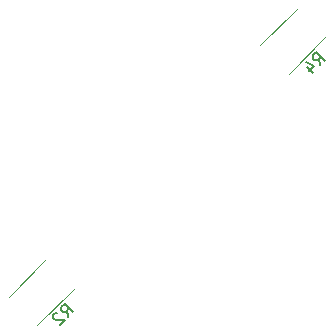
<source format=gbr>
%TF.GenerationSoftware,KiCad,Pcbnew,7.0.7*%
%TF.CreationDate,2023-09-04T20:48:42-04:00*%
%TF.ProjectId,square,73717561-7265-42e6-9b69-6361645f7063,rev?*%
%TF.SameCoordinates,Original*%
%TF.FileFunction,Legend,Bot*%
%TF.FilePolarity,Positive*%
%FSLAX46Y46*%
G04 Gerber Fmt 4.6, Leading zero omitted, Abs format (unit mm)*
G04 Created by KiCad (PCBNEW 7.0.7) date 2023-09-04 20:48:42*
%MOMM*%
%LPD*%
G01*
G04 APERTURE LIST*
G04 Aperture macros list*
%AMRoundRect*
0 Rectangle with rounded corners*
0 $1 Rounding radius*
0 $2 $3 $4 $5 $6 $7 $8 $9 X,Y pos of 4 corners*
0 Add a 4 corners polygon primitive as box body*
4,1,4,$2,$3,$4,$5,$6,$7,$8,$9,$2,$3,0*
0 Add four circle primitives for the rounded corners*
1,1,$1+$1,$2,$3*
1,1,$1+$1,$4,$5*
1,1,$1+$1,$6,$7*
1,1,$1+$1,$8,$9*
0 Add four rect primitives between the rounded corners*
20,1,$1+$1,$2,$3,$4,$5,0*
20,1,$1+$1,$4,$5,$6,$7,0*
20,1,$1+$1,$6,$7,$8,$9,0*
20,1,$1+$1,$8,$9,$2,$3,0*%
%AMFreePoly0*
4,1,45,0.263282,1.831170,0.521205,1.775062,0.768518,1.682819,1.000186,1.556319,1.211492,1.398137,1.398137,1.211492,1.556319,1.000186,1.682819,0.768518,1.775062,0.521205,1.831170,0.263282,1.850000,0.000000,1.831170,-0.263282,1.775062,-0.521205,1.682819,-0.768518,1.556319,-1.000186,1.398137,-1.211492,1.211492,-1.398137,1.000186,-1.556319,0.768518,-1.682819,0.521205,-1.775062,
0.263282,-1.831170,0.000000,-1.850000,-0.263282,-1.831170,-0.521205,-1.775062,-0.768518,-1.682819,-1.000186,-1.556319,-1.211492,-1.398137,-1.398137,-1.211492,-1.556319,-1.000186,-1.682819,-0.768518,-1.775062,-0.521205,-1.831170,-0.263282,-1.850000,0.000000,-1.831170,0.263282,-1.775062,0.521205,-1.682819,0.768518,-1.556319,1.000186,-1.398137,1.211492,-1.211492,1.398137,-1.000186,1.556319,
-0.768518,1.682819,-0.521205,1.775062,-0.263282,1.831170,0.000000,1.850000,0.263282,1.831170,0.263282,1.831170,$1*%
%AMFreePoly1*
4,1,49,0.287158,2.181179,0.569402,2.125037,0.841904,2.032535,1.100000,1.905256,1.339275,1.745377,1.555635,1.555635,1.745377,1.339275,1.905256,1.100000,2.032535,0.841904,2.125037,0.569402,2.181179,0.287158,2.200000,0.000000,2.181179,-0.287158,2.125037,-0.569402,2.032535,-0.841904,1.905256,-1.100000,1.745377,-1.339275,1.555635,-1.555635,1.339275,-1.745377,1.100000,-1.905256,
0.841904,-2.032535,0.569402,-2.125037,0.287158,-2.181179,0.000000,-2.200000,-0.287158,-2.181179,-0.569402,-2.125037,-0.841904,-2.032535,-1.100000,-1.905256,-1.339275,-1.745377,-1.555635,-1.555635,-1.745377,-1.339275,-1.905256,-1.100000,-2.032535,-0.841904,-2.125037,-0.569402,-2.181179,-0.287158,-2.200000,0.000000,-2.181179,0.287158,-2.125037,0.569402,-2.032535,0.841904,-1.905256,1.100000,
-1.745377,1.339275,-1.555635,1.555635,-1.339275,1.745377,-1.100000,1.905256,-0.841904,2.032535,-0.569402,2.125037,-0.287158,2.181179,0.000000,2.200000,0.287158,2.181179,0.287158,2.181179,$1*%
%AMFreePoly2*
4,1,53,0.313395,2.581043,0.622221,2.524449,0.921973,2.431042,1.208280,2.302186,1.476968,2.139758,1.724119,1.946128,1.946128,1.724119,2.139758,1.476968,2.302186,1.208280,2.431042,0.921973,2.524449,0.622221,2.581043,0.313395,2.600000,0.000000,2.581043,-0.313395,2.524449,-0.622221,2.431042,-0.921973,2.302186,-1.208280,2.139758,-1.476968,1.946128,-1.724119,1.724119,-1.946128,
1.476968,-2.139758,1.208280,-2.302186,0.921973,-2.431042,0.622221,-2.524449,0.313395,-2.581043,0.000000,-2.600000,-0.313395,-2.581043,-0.622221,-2.524449,-0.921973,-2.431042,-1.208280,-2.302186,-1.476968,-2.139758,-1.724119,-1.946128,-1.946128,-1.724119,-2.139758,-1.476968,-2.302186,-1.208280,-2.431042,-0.921973,-2.524449,-0.622221,-2.581043,-0.313395,-2.600000,0.000000,-2.581043,0.313395,
-2.524449,0.622221,-2.431042,0.921973,-2.302186,1.208280,-2.139758,1.476968,-1.946128,1.724119,-1.724119,1.946128,-1.476968,2.139758,-1.208280,2.302186,-0.921973,2.431042,-0.622221,2.524449,-0.313395,2.581043,0.000000,2.600000,0.313395,2.581043,0.313395,2.581043,$1*%
G04 Aperture macros list end*
%ADD10C,0.150000*%
%ADD11C,0.120000*%
%ADD12R,1.700000X1.700000*%
%ADD13O,1.700000X1.700000*%
%ADD14C,0.800000*%
%ADD15C,5.400000*%
%ADD16FreePoly0,0.000000*%
%ADD17FreePoly1,0.000000*%
%ADD18FreePoly2,0.000000*%
%ADD19RoundRect,0.249999X0.689429X-1.325827X1.325827X-0.689429X-0.689429X1.325827X-1.325827X0.689429X0*%
G04 APERTURE END LIST*
D10*
X-8364599Y-12713050D02*
X-8465614Y-12140631D01*
X-7960538Y-12308989D02*
X-8667645Y-11601883D01*
X-8667645Y-11601883D02*
X-8937019Y-11871257D01*
X-8937019Y-11871257D02*
X-8970691Y-11972272D01*
X-8970691Y-11972272D02*
X-8970691Y-12039615D01*
X-8970691Y-12039615D02*
X-8937019Y-12140631D01*
X-8937019Y-12140631D02*
X-8836004Y-12241646D01*
X-8836004Y-12241646D02*
X-8734988Y-12275318D01*
X-8734988Y-12275318D02*
X-8667645Y-12275318D01*
X-8667645Y-12275318D02*
X-8566630Y-12241646D01*
X-8566630Y-12241646D02*
X-8297256Y-11972272D01*
X-9273736Y-12342661D02*
X-9341080Y-12342661D01*
X-9341080Y-12342661D02*
X-9442095Y-12376333D01*
X-9442095Y-12376333D02*
X-9610454Y-12544692D01*
X-9610454Y-12544692D02*
X-9644126Y-12645707D01*
X-9644126Y-12645707D02*
X-9644126Y-12713050D01*
X-9644126Y-12713050D02*
X-9610454Y-12814066D01*
X-9610454Y-12814066D02*
X-9543110Y-12881409D01*
X-9543110Y-12881409D02*
X-9408423Y-12948753D01*
X-9408423Y-12948753D02*
X-8600301Y-12948753D01*
X-8600301Y-12948753D02*
X-9038034Y-13386485D01*
X12948752Y8600301D02*
X12847737Y9172720D01*
X13352813Y9004362D02*
X12645706Y9711468D01*
X12645706Y9711468D02*
X12376332Y9442094D01*
X12376332Y9442094D02*
X12342660Y9341079D01*
X12342660Y9341079D02*
X12342660Y9273736D01*
X12342660Y9273736D02*
X12376332Y9172720D01*
X12376332Y9172720D02*
X12477347Y9071705D01*
X12477347Y9071705D02*
X12578363Y9038033D01*
X12578363Y9038033D02*
X12645706Y9038033D01*
X12645706Y9038033D02*
X12746721Y9071705D01*
X12746721Y9071705D02*
X13016095Y9341079D01*
X11871256Y8465614D02*
X12342660Y7994209D01*
X11770241Y8903346D02*
X12443676Y8566629D01*
X12443676Y8566629D02*
X12005943Y8128896D01*
D11*
%TO.C,R2*%
X-13405245Y-10986940D02*
X-10326412Y-7908107D01*
X-10986940Y-13405245D02*
X-7908107Y-10326412D01*
%TO.C,R4*%
X7908107Y10326412D02*
X10986940Y13405245D01*
X10326412Y7908107D02*
X13405245Y10986940D01*
%TD*%
%LPC*%
D12*
%TO.C,J1*%
X-3620000Y10000000D03*
D13*
X-1080000Y10000000D03*
X1460000Y10000000D03*
X4000000Y10000000D03*
%TD*%
D14*
%TO.C,H1*%
X-18550000Y16500000D03*
X-17956891Y17931891D03*
X-17956891Y15068109D03*
X-16525000Y18525000D03*
D15*
X-16525000Y16500000D03*
D14*
X-16525000Y14475000D03*
X-15093109Y17931891D03*
X-15093109Y15068109D03*
X-14500000Y16500000D03*
%TD*%
D16*
%TO.C,U1*%
X-5656854Y5656854D03*
X-5656854Y-5656854D03*
D17*
X-5000000Y5000000D03*
X-5000000Y4250000D03*
X-5000000Y-4250000D03*
X-5000000Y-5000000D03*
D18*
X0Y0D03*
D17*
X5000000Y5000000D03*
X5000000Y4250000D03*
X5000000Y-4250000D03*
X5000000Y-5000000D03*
D16*
X5656854Y5656854D03*
X5656854Y-5656854D03*
%TD*%
D14*
%TO.C,H2*%
X14475000Y16475000D03*
X15068109Y17906891D03*
X15068109Y15043109D03*
X16500000Y18500000D03*
D15*
X16500000Y16475000D03*
D14*
X16500000Y14450000D03*
X17931891Y17906891D03*
X17931891Y15043109D03*
X18525000Y16475000D03*
%TD*%
%TO.C,H3*%
X-18550000Y-16500000D03*
X-17956891Y-15068109D03*
X-17956891Y-17931891D03*
X-16525000Y-14475000D03*
D15*
X-16525000Y-16500000D03*
D14*
X-16525000Y-18525000D03*
X-15093109Y-15068109D03*
X-15093109Y-17931891D03*
X-14500000Y-16500000D03*
%TD*%
%TO.C,H4*%
X14543109Y-16431891D03*
X15136218Y-15000000D03*
X15136218Y-17863782D03*
X16568109Y-14406891D03*
D15*
X16568109Y-16431891D03*
D14*
X16568109Y-18456891D03*
X18000000Y-15000000D03*
X18000000Y-17863782D03*
X18593109Y-16431891D03*
%TD*%
D19*
%TO.C,R2*%
X-12813352Y-12813352D03*
X-8500000Y-8500000D03*
%TD*%
%TO.C,R4*%
X8500000Y8500000D03*
X12813352Y12813352D03*
%TD*%
%LPD*%
M02*

</source>
